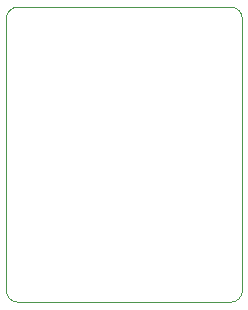
<source format=gm1>
%TF.GenerationSoftware,KiCad,Pcbnew,5.1.7-a382d34a8~88~ubuntu18.04.1*%
%TF.CreationDate,2021-10-30T16:32:31+02:00*%
%TF.ProjectId,main_pcb_adapter,6d61696e-5f70-4636-925f-616461707465,rev?*%
%TF.SameCoordinates,PX5f5e100PY6b49d20*%
%TF.FileFunction,Profile,NP*%
%FSLAX46Y46*%
G04 Gerber Fmt 4.6, Leading zero omitted, Abs format (unit mm)*
G04 Created by KiCad (PCBNEW 5.1.7-a382d34a8~88~ubuntu18.04.1) date 2021-10-30 16:32:31*
%MOMM*%
%LPD*%
G01*
G04 APERTURE LIST*
%TA.AperFunction,Profile*%
%ADD10C,0.050000*%
%TD*%
G04 APERTURE END LIST*
D10*
X-9000000Y-12500000D02*
G75*
G02*
X-10000000Y-11500000I0J1000000D01*
G01*
X10000000Y-11500000D02*
G75*
G02*
X9000000Y-12500000I-1000000J0D01*
G01*
X9000000Y12500000D02*
G75*
G02*
X10000000Y11500000I0J-1000000D01*
G01*
X-10000000Y11500000D02*
G75*
G02*
X-9000000Y12500000I1000000J0D01*
G01*
X-9000000Y12500000D02*
X9000000Y12500000D01*
X-10000000Y-11500000D02*
X-10000000Y11500000D01*
X9000000Y-12500000D02*
X-9000000Y-12500000D01*
X10000000Y11500000D02*
X10000000Y-11500000D01*
M02*

</source>
